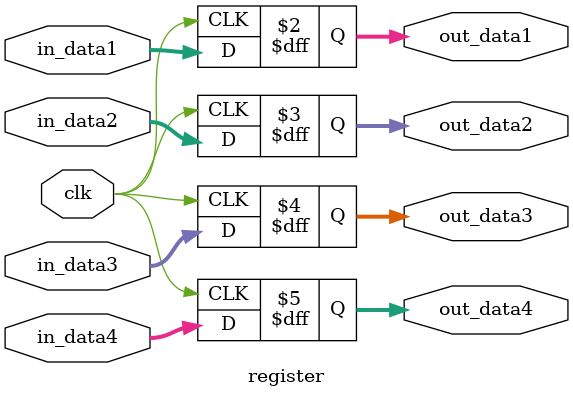
<source format=v>
module register #(parameter WORD_SIZE = 8)
					  (input clk,
					   input [WORD_SIZE-1:0] in_data1,in_data2,in_data3,in_data4,
					   output reg [WORD_SIZE-1:0] out_data1,out_data2,out_data3,out_data4);

always@(posedge clk) begin
			out_data1=in_data1;
			out_data2=in_data2;
			out_data3=in_data3;
			out_data4=in_data4;
		end
endmodule
</source>
